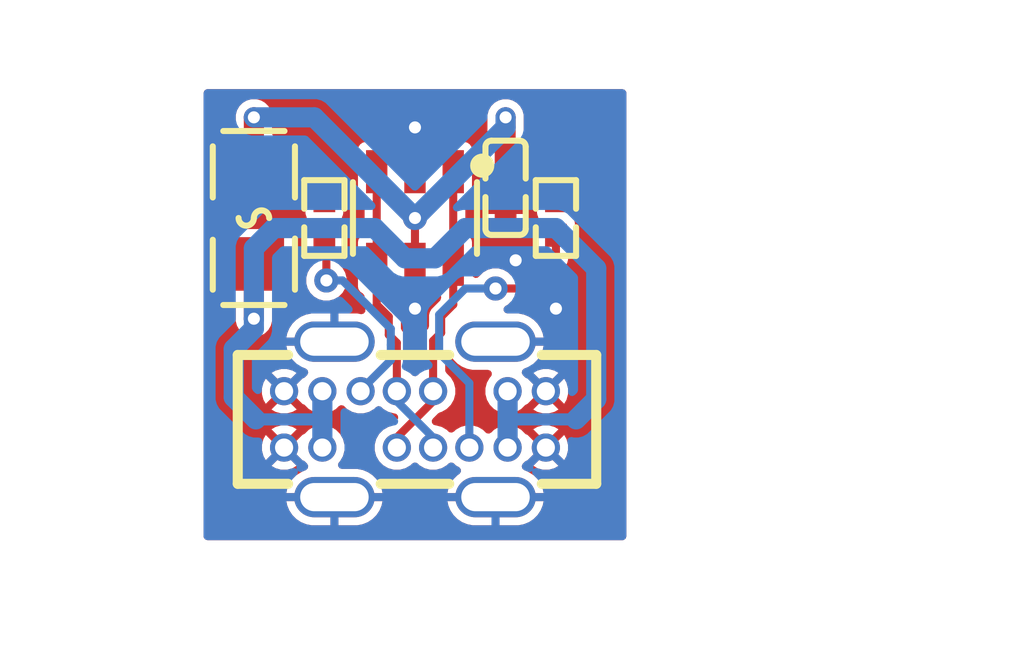
<source format=kicad_pcb>
(kicad_pcb (version 20241229) (generator "pcbnew") (generator_version "9.0")
  (layers (0 "F.Cu" signal) (2 "B.Cu" signal) (13 "F.Paste" user) (15 "B.Paste" user) (5 "F.SilkS" user "F.Silkscreen") (7 "B.SilkS" user "B.Silkscreen") (1 "F.Mask" user) (3 "B.Mask" user) (25 "Edge.Cuts" user))
  (net 0 "")
  (net 1 "hv")
  (net 2 "gnd")
  (net 3 "line-3")
  (net 4 "line")
  (net 5 "line-1")
  (net 6 "hv-1")
  (net 7 "line-2")
  (footprint "Samsung_Electro_Mechanics_CL05B104KO5NNNC:C0402" (layer "F.Cu") (at 2.25 -6.5 -90)
    (property "Reference" "C1" (hide yes))
    (property "Value" "100nF ±10% 16V X7R")
    (fp_line (start -0.23 0.5) (end -1.02 0.5) (stroke (width 0.15)) (layer "F.SilkS"))
    (fp_line (start 0.23 0.5) (end 1.02 0.5) (stroke (width 0.15)) (layer "F.SilkS"))
    (fp_line (start -1.17 0.35) (end -1.17 -0.35) (stroke (width 0.15)) (layer "F.SilkS"))
    (fp_line (start 1.17 0.35) (end 1.17 -0.35) (stroke (width 0.15)) (layer "F.SilkS"))
    (fp_line (start -1.02 -0.5) (end -0.23 -0.5) (stroke (width 0.15)) (layer "F.SilkS"))
    (fp_line (start 1.02 -0.5) (end 0.23 -0.5) (stroke (width 0.15)) (layer "F.SilkS"))
    (fp_arc (start -1.02 0.5) (mid -1.126066 0.456066) (end -1.17 0.35) (stroke (width 0.15)) (layer "F.SilkS"))
    (fp_arc (start 1.17 0.35) (mid 1.126066 0.456066) (end 1.02 0.5) (stroke (width 0.15)) (layer "F.SilkS"))
    (fp_arc (start -1.17 -0.35) (mid -1.126066 -0.456066) (end -1.02 -0.5) (stroke (width 0.15)) (layer "F.SilkS"))
    (fp_arc (start 1.02 -0.5) (mid 1.126066 -0.456066) (end 1.17 -0.35) (stroke (width 0.15)) (layer "F.SilkS"))
    (pad "1" smd rect (at -0.55 0 270) (size 0.79 0.54) (layers "F.Cu" "F.Mask" "F.Paste") (net 1 "hv"))
    (pad "2" smd rect (at 0.55 0 270) (size 0.79 0.54) (layers "F.Cu" "F.Mask" "F.Paste") (net 2 "gnd"))
  )
  (footprint "BHFUSE_BSMD0805_050_15V:F0805" (layer "F.Cu") (at -4 -5.75 90)
    (property "Reference" "U2" (hide yes))
    (property "Value" "")
    (fp_line (start 1.78 -1.02) (end 0.51 -1.02) (stroke (width 0.15)) (layer "F.SilkS"))
    (fp_line (start -1.78 -1.02) (end -0.54 -1.02) (stroke (width 0.15)) (layer "F.SilkS"))
    (fp_line (start 2.16 -0.76) (end 2.16 0.76) (stroke (width 0.15)) (layer "F.SilkS"))
    (fp_line (start -2.16 -0.76) (end -2.16 0.76) (stroke (width 0.15)) (layer "F.SilkS"))
    (fp_line (start 0.51 1.02) (end 1.78 1.02) (stroke (width 0.15)) (layer "F.SilkS"))
    (fp_line (start -0.51 1.02) (end -1.78 1.02) (stroke (width 0.15)) (layer "F.SilkS"))
    (fp_arc (start 0 0) (mid -0.19 -0.19) (end 0 -0.38) (stroke (width 0.15)) (layer "F.SilkS"))
    (fp_arc (start 0 0) (mid 0.19 0.19) (end 0 0.38) (stroke (width 0.15)) (layer "F.SilkS"))
    (pad "1" smd rect (at -1.14 0 90) (size 1.33 1.5) (layers "F.Cu" "F.Mask" "F.Paste") (net 6 "hv-1"))
    (pad "2" smd rect (at 1.14 0 90) (size 1.33 1.5) (layers "F.Cu" "F.Mask" "F.Paste") (net 1 "hv"))
  )
  (footprint "TECH_PUBLIC_USBLC6_2SC6:SOT-23-6_L2.9-W1.6-P0.95-LS2.8-BL" (layer "F.Cu") (at 0 -5.75 180)
    (property "Reference" "U1" (hide yes))
    (property "Value" "")
    (fp_line (start 1.54 0.89) (end 1.54 -0.89) (stroke (width 0.15)) (layer "F.SilkS"))
    (fp_line (start -1.54 0.89) (end -1.54 -0.89) (stroke (width 0.15)) (layer "F.SilkS"))
    (fp_circle (center -1.67 1.3) (end -1.52 1.3) (stroke (width 0.3)) (fill no) (layer "F.SilkS"))
    (pad "1" smd rect (at -0.95 1.15 180) (size 0.53 1.07) (layers "F.Cu" "F.Mask" "F.Paste") (net 7 "line-2"))
    (pad "2" smd rect (at 0 1.15 180) (size 0.53 1.07) (layers "F.Cu" "F.Mask" "F.Paste") (net 2 "gnd"))
    (pad "3" smd rect (at 0.95 1.15 180) (size 0.53 1.07) (layers "F.Cu" "F.Mask" "F.Paste") (net 4 "line"))
    (pad "4" smd rect (at 0.95 -1.15 180) (size 0.53 1.07) (layers "F.Cu" "F.Mask" "F.Paste") (net 4 "line"))
    (pad "5" smd rect (at 0 -1.15 180) (size 0.53 1.07) (layers "F.Cu" "F.Mask" "F.Paste") (net 1 "hv"))
    (pad "6" smd rect (at -0.95 -1.15 180) (size 0.53 1.07) (layers "F.Cu" "F.Mask" "F.Paste") (net 7 "line-2"))
  )
  (footprint "Jing_Extension_of_the_Electronic_Co_918_418K2022Y40000:USB-C-TH_TYPE-C-USB-14P" (layer "F.Cu") (at 0 -0.75)
    (property "Reference" "X1" (hide yes))
    (property "Value" "")
    (fp_line (start -4.4 -1.6) (end -3.15 -1.6) (stroke (width 0.25)) (layer "F.SilkS"))
    (fp_line (start -4.4 1.6) (end -4.4 -1.6) (stroke (width 0.25)) (layer "F.SilkS"))
    (fp_line (start -3.15 1.6) (end -4.4 1.6) (stroke (width 0.25)) (layer "F.SilkS"))
    (fp_line (start -0.85 -1.6) (end 0.85 -1.6) (stroke (width 0.25)) (layer "F.SilkS"))
    (fp_line (start 0.85 1.6) (end -0.85 1.6) (stroke (width 0.25)) (layer "F.SilkS"))
    (fp_line (start 3.15 -1.6) (end 4.5 -1.6) (stroke (width 0.25)) (layer "F.SilkS"))
    (fp_line (start 4.5 -1.6) (end 4.5 1.6) (stroke (width 0.25)) (layer "F.SilkS"))
    (fp_line (start 4.5 1.6) (end 3.15 1.6) (stroke (width 0.25)) (layer "F.SilkS"))
    (pad "0" thru_hole oval (at -2 -1.93 90) (size 1 2) (drill oval 0.700024 1.700022) (layers "*.Cu" "*.Mask") (net 2 "gnd"))
    (pad "0" thru_hole oval (at -2 1.93 90) (size 1 2) (drill oval 0.700024 1.700022) (layers "*.Cu" "*.Mask") (net 2 "gnd"))
    (pad "0" thru_hole oval (at 2 -1.93 90) (size 1 2) (drill oval 0.700024 1.700022) (layers "*.Cu" "*.Mask") (net 2 "gnd"))
    (pad "0" thru_hole oval (at 2 1.93 90) (size 1 2) (drill oval 0.700024 1.700022) (layers "*.Cu" "*.Mask") (net 2 "gnd"))
    (pad "1" thru_hole circle (at -3.25 0.7) (size 0.7 0.7) (drill 0.449986) (layers "*.Cu" "*.Mask") (net 2 "gnd"))
    (pad "2" thru_hole circle (at -2.3 0.7) (size 0.7 0.7) (drill 0.449986) (layers "*.Cu" "*.Mask") (net 6 "hv-1"))
    (pad "3" thru_hole circle (at -0.45 0.7) (size 0.7 0.7) (drill 0.449986) (layers "*.Cu" "*.Mask") (net 7 "line-2"))
    (pad "4" thru_hole circle (at 0.45 0.7) (size 0.7 0.7) (drill 0.449986) (layers "*.Cu" "*.Mask") (net 4 "line"))
    (pad "5" thru_hole circle (at 1.35 0.7) (size 0.7 0.7) (drill 0.449986) (layers "*.Cu" "*.Mask") (net 5 "line-1"))
    (pad "6" thru_hole circle (at 2.3 0.7) (size 0.7 0.7) (drill 0.449986) (layers "*.Cu" "*.Mask") (net 6 "hv-1"))
    (pad "7" thru_hole circle (at 3.25 0.7) (size 0.7 0.7) (drill 0.449986) (layers "*.Cu" "*.Mask") (net 2 "gnd"))
    (pad "8" thru_hole circle (at 3.25 -0.7) (size 0.7 0.7) (drill 0.449986) (layers "*.Cu" "*.Mask") (net 2 "gnd"))
    (pad "9" thru_hole circle (at 2.3 -0.7) (size 0.7 0.7) (drill 0.449986) (layers "*.Cu" "*.Mask") (net 6 "hv-1"))
    (pad "10" thru_hole circle (at 0.45 -0.7) (size 0.7 0.7) (drill 0.449986) (layers "*.Cu" "*.Mask") (net 7 "line-2"))
    (pad "11" thru_hole circle (at -0.45 -0.7) (size 0.7 0.7) (drill 0.449986) (layers "*.Cu" "*.Mask") (net 4 "line"))
    (pad "12" thru_hole circle (at -1.35 -0.7) (size 0.7 0.7) (drill 0.449986) (layers "*.Cu" "*.Mask") (net 3 "line-3"))
    (pad "13" thru_hole circle (at -2.3 -0.7) (size 0.7 0.7) (drill 0.449986) (layers "*.Cu" "*.Mask") (net 6 "hv-1"))
    (pad "14" thru_hole circle (at -3.25 -0.7) (size 0.7 0.7) (drill 0.449986) (layers "*.Cu" "*.Mask") (net 2 "gnd"))
  )
  (footprint "UNI_ROYAL_0402WGF5101TCE:R0402" (layer "F.Cu") (at -2.25 -5.75 90)
    (property "Reference" "R1" (hide yes))
    (property "Value" "5.1kΩ ±1% 62.5mW")
    (fp_line (start 0.94 -0.5) (end 0.23 -0.5) (stroke (width 0.15)) (layer "F.SilkS"))
    (fp_line (start -0.94 -0.5) (end -0.23 -0.5) (stroke (width 0.15)) (layer "F.SilkS"))
    (fp_line (start 0.94 0.5) (end 0.94 -0.5) (stroke (width 0.15)) (layer "F.SilkS"))
    (fp_line (start 0.23 0.5) (end 0.94 0.5) (stroke (width 0.15)) (layer "F.SilkS"))
    (fp_line (start -0.23 0.5) (end -0.94 0.5) (stroke (width 0.15)) (layer "F.SilkS"))
    (fp_line (start -0.94 0.5) (end -0.94 -0.5) (stroke (width 0.15)) (layer "F.SilkS"))
    (pad "1" smd rect (at -0.43 0 90) (size 0.57 0.54) (layers "F.Cu" "F.Mask" "F.Paste") (net 3 "line-3"))
    (pad "2" smd rect (at 0.43 0 90) (size 0.57 0.54) (layers "F.Cu" "F.Mask" "F.Paste") (net 2 "gnd"))
  )
  (footprint "UNI_ROYAL_0402WGF5101TCE:R0402" (layer "F.Cu") (at 3.5 -5.75 90)
    (property "Reference" "R2" (hide yes))
    (property "Value" "5.1kΩ ±1% 62.5mW")
    (fp_line (start 0.94 -0.5) (end 0.23 -0.5) (stroke (width 0.15)) (layer "F.SilkS"))
    (fp_line (start -0.94 -0.5) (end -0.23 -0.5) (stroke (width 0.15)) (layer "F.SilkS"))
    (fp_line (start 0.94 0.5) (end 0.94 -0.5) (stroke (width 0.15)) (layer "F.SilkS"))
    (fp_line (start 0.23 0.5) (end 0.94 0.5) (stroke (width 0.15)) (layer "F.SilkS"))
    (fp_line (start -0.23 0.5) (end -0.94 0.5) (stroke (width 0.15)) (layer "F.SilkS"))
    (fp_line (start -0.94 0.5) (end -0.94 -0.5) (stroke (width 0.15)) (layer "F.SilkS"))
    (pad "1" smd rect (at -0.43 0 90) (size 0.57 0.54) (layers "F.Cu" "F.Mask" "F.Paste") (net 5 "line-1"))
    (pad "2" smd rect (at 0.43 0 90) (size 0.57 0.54) (layers "F.Cu" "F.Mask" "F.Paste") (net 2 "gnd"))
  )
  (segment (start 2.25 -8.25) (end 2.25 -7.05) (width 0.5) (layer "F.Cu") (net 1))
  (segment (start -4 -6.89) (end -4 -8.25) (width 0.5) (layer "F.Cu") (net 1))
  (segment (start 0 -4.6) (end 0 -5.75) (width 0.2) (layer "F.Cu") (net 1))
  (via (at -4 -8.25) (size 0.5) (drill 0.3) (layers "F.Cu" "B.Cu") (net 1))
  (via (at 0 -5.75) (size 0.6) (drill 0.3) (layers "F.Cu" "B.Cu") (net 1))
  (via (at 2.25 -8.25) (size 0.5) (drill 0.3) (layers "F.Cu" "B.Cu") (net 1))
  (segment (start -2.5 -8.25) (end 0 -5.75) (width 0.5) (layer "B.Cu") (net 1))
  (segment (start 2.25 -8) (end 0 -5.75) (width 0.5) (layer "B.Cu") (net 1))
  (segment (start 2.25 -8.25) (end 2.25 -8) (width 0.5) (layer "B.Cu") (net 1))
  (segment (start -4 -8.25) (end -2.5 -8.25) (width 0.5) (layer "B.Cu") (net 1))
  (segment (start 0 -6.9) (end 0 -8) (width 0.2) (layer "F.Cu") (net 2))
  (via (at 0 -3.5) (size 0.6) (drill 0.3) (layers "F.Cu" "B.Cu") (net 2))
  (via (at 2.5 -4.7) (size 0.6) (drill 0.3) (layers "F.Cu" "B.Cu") (net 2))
  (via (at 0 -8) (size 0.5) (drill 0.3) (layers "F.Cu" "B.Cu") (net 2))
  (via (at 3.5 -3.5) (size 0.6) (drill 0.3) (layers "F.Cu" "B.Cu") (net 2))
  (segment (start -2.2 -4.2) (end -2.2 -5.27) (width 0.2) (layer "F.Cu") (net 3))
  (segment (start -2.2 -5.27) (end -2.25 -5.32) (width 0.2) (layer "F.Cu") (net 3))
  (via (at -2.2 -4.2) (size 0.6) (drill 0.3) (layers "F.Cu" "B.Cu") (net 3))
  (segment (start -0.6 -2.220654) (end -0.6 -2.6) (width 0.2) (layer "B.Cu") (net 3))
  (segment (start -0.6 -3) (end -1.8 -4.2) (width 0.2) (layer "B.Cu") (net 3))
  (segment (start -1.35 -1.45) (end -1.35 -1.470654) (width 0.2) (layer "B.Cu") (net 3))
  (segment (start -0.6 -2.6) (end -0.6 -3) (width 0.2) (layer "B.Cu") (net 3))
  (segment (start -1.8 -4.2) (end -2.2 -4.2) (width 0.2) (layer "B.Cu") (net 3))
  (segment (start -1.35 -1.470654) (end -0.6 -2.220654) (width 0.2) (layer "B.Cu") (net 3))
  (segment (start -0.95 -3.6) (end -0.95 -4.6) (width 0.2) (layer "F.Cu") (net 4))
  (segment (start -0.45 -2.65) (end -0.65 -2.85) (width 0.2) (layer "F.Cu") (net 4))
  (segment (start -0.65 -2.85) (end -0.65 -3.3) (width 0.2) (layer "F.Cu") (net 4))
  (segment (start -0.45 -1.45) (end -0.45 -2.65) (width 0.2) (layer "F.Cu") (net 4))
  (segment (start -0.65 -3.3) (end -0.95 -3.6) (width 0.2) (layer "F.Cu") (net 4))
  (segment (start -0.95 -4.6) (end -0.95 -6.9) (width 0.2) (layer "F.Cu") (net 4))
  (segment (start 0.45 -0.3) (end 0.45 -0.05) (width 0.2) (layer "B.Cu") (net 4))
  (segment (start -0.45 -1.45) (end -0.45 -1.2) (width 0.2) (layer "B.Cu") (net 4))
  (segment (start -0.45 -1.2) (end 0.45 -0.3) (width 0.2) (layer "B.Cu") (net 4))
  (segment (start 3.25 -4.5) (end 2.75 -4) (width 0.2) (layer "F.Cu") (net 5))
  (segment (start 2.75 -4) (end 2 -4) (width 0.2) (layer "F.Cu") (net 5))
  (segment (start 3.5 -5.32) (end 3.5 -4.75) (width 0.2) (layer "F.Cu") (net 5))
  (segment (start 3.5 -4.75) (end 3.25 -4.5) (width 0.2) (layer "F.Cu") (net 5))
  (via (at 2 -4) (size 0.6) (drill 0.3) (layers "F.Cu" "B.Cu") (net 5))
  (segment (start 1.25 -4) (end 0.6 -3.35) (width 0.2) (layer "B.Cu") (net 5))
  (segment (start 0.6 -3.35) (end 0.6 -2.4) (width 0.2) (layer "B.Cu") (net 5))
  (segment (start 2 -4) (end 1.25 -4) (width 0.2) (layer "B.Cu") (net 5))
  (segment (start 0.6 -2.4) (end 1.35 -1.65) (width 0.2) (layer "B.Cu") (net 5))
  (segment (start 1.35 -1.65) (end 1.35 -0.05) (width 0.2) (layer "B.Cu") (net 5))
  (segment (start -4 -3.25) (end -4 -4.61) (width 0.5) (layer "F.Cu") (net 6))
  (via (at -4 -3.25) (size 0.5) (drill 0.3) (layers "F.Cu" "B.Cu") (net 6))
  (segment (start 0.5 -4.75) (end 1.25 -5.5) (width 0.5) (layer "B.Cu") (net 6))
  (segment (start -4.5 -2.5) (end -4 -3) (width 0.5) (layer "B.Cu") (net 6))
  (segment (start 1.25 -5.5) (end 3.5 -5.5) (width 0.5) (layer "B.Cu") (net 6))
  (segment (start 4.5 -4.5) (end 4.5 -1.25) (width 0.5) (layer "B.Cu") (net 6))
  (segment (start 4.5 -1.25) (end 4 -0.75) (width 0.5) (layer "B.Cu") (net 6))
  (segment (start 2.3 -0.05) (end 2.3 -0.75) (width 0.5) (layer "B.Cu") (net 6))
  (segment (start -2.3 -0.75) (end -2.3 -1.45) (width 0.5) (layer "B.Cu") (net 6))
  (segment (start -4 -3) (end -4 -3.25) (width 0.5) (layer "B.Cu") (net 6))
  (segment (start -3.95 -0.75) (end -4.5 -1.3) (width 0.5) (layer "B.Cu") (net 6))
  (segment (start 4 -0.75) (end 2.3 -0.75) (width 0.3) (layer "B.Cu") (net 6))
  (segment (start 3.5 -5.5) (end 4.5 -4.5) (width 0.5) (layer "B.Cu") (net 6))
  (segment (start -0.25 -4.75) (end 0.5 -4.75) (width 0.5) (layer "B.Cu") (net 6))
  (segment (start -2.3 -0.05) (end -2.3 -0.75) (width 0.5) (layer "B.Cu") (net 6))
  (segment (start -2.3 -0.75) (end -3.95 -0.75) (width 0.3) (layer "B.Cu") (net 6))
  (segment (start -4 -3.25) (end -4 -5) (width 0.5) (layer "B.Cu") (net 6))
  (segment (start -1 -5.5) (end -0.25 -4.75) (width 0.5) (layer "B.Cu") (net 6))
  (segment (start -4 -5) (end -3.5 -5.5) (width 0.5) (layer "B.Cu") (net 6))
  (segment (start 2.3 -0.75) (end 2.3 -1.45) (width 0.5) (layer "B.Cu") (net 6))
  (segment (start -3.5 -5.5) (end -1 -5.5) (width 0.5) (layer "B.Cu") (net 6))
  (segment (start -4.5 -1.3) (end -4.5 -2.5) (width 0.5) (layer "B.Cu") (net 6))
  (segment (start 0.95 -3.6) (end 0.95 -4.6) (width 0.2) (layer "F.Cu") (net 7))
  (segment (start -0.45 -0.05) (end -0.45 -0.3) (width 0.2) (layer "F.Cu") (net 7))
  (segment (start 0.65 -3.3) (end 0.95 -3.6) (width 0.2) (layer "F.Cu") (net 7))
  (segment (start 0.45 -1.2) (end 0.45 -1.45) (width 0.2) (layer "F.Cu") (net 7))
  (segment (start -0.45 -0.3) (end 0.45 -1.2) (width 0.2) (layer "F.Cu") (net 7))
  (segment (start 0.45 -2.7) (end 0.65 -2.9) (width 0.2) (layer "F.Cu") (net 7))
  (segment (start 0.95 -4.6) (end 0.95 -6.9) (width 0.2) (layer "F.Cu") (net 7))
  (segment (start 0.65 -2.9) (end 0.65 -3.3) (width 0.2) (layer "F.Cu") (net 7))
  (segment (start 0.45 -1.45) (end 0.45 -2.7) (width 0.2) (layer "F.Cu") (net 7))
  (zone (net 2) (net_name "gnd") (layers "F.Cu" "B.Cu") (connect_pads (clearance 0.2)) (min_thickness 0.2) (fill yes (thermal_gap 0.2) (thermal_bridge_width 0.2))
    (polygon (pts (xy -5.25 2.25) (xy 5.25 2.25) (xy 5.25 -8.95) (xy -5.25 -8.95)))
  )
)
</source>
